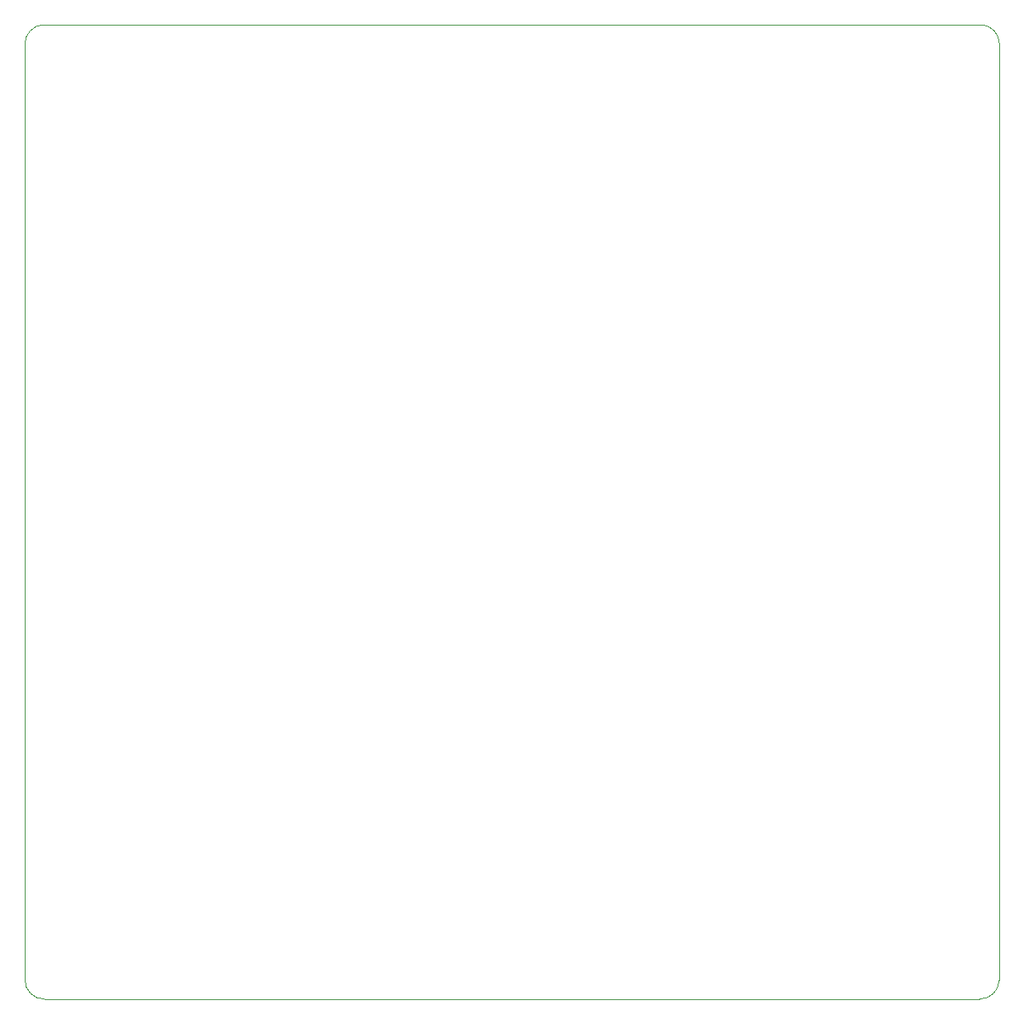
<source format=gbr>
%TF.GenerationSoftware,KiCad,Pcbnew,(7.0.0)*%
%TF.CreationDate,2023-04-03T20:11:10+02:00*%
%TF.ProjectId,FullSchematic,46756c6c-5363-4686-956d-617469632e6b,rev?*%
%TF.SameCoordinates,Original*%
%TF.FileFunction,Profile,NP*%
%FSLAX46Y46*%
G04 Gerber Fmt 4.6, Leading zero omitted, Abs format (unit mm)*
G04 Created by KiCad (PCBNEW (7.0.0)) date 2023-04-03 20:11:10*
%MOMM*%
%LPD*%
G01*
G04 APERTURE LIST*
%TA.AperFunction,Profile*%
%ADD10C,0.100000*%
%TD*%
G04 APERTURE END LIST*
D10*
X150901400Y-148691600D02*
X150926800Y-52552600D01*
X148894883Y-150590046D02*
G75*
G03*
X150901400Y-148691600I25117J1983046D01*
G01*
X52812500Y-50616782D02*
G75*
G03*
X50927000Y-52628800I107500J-1990218D01*
G01*
X52933284Y-150600028D02*
X148894883Y-150590046D01*
X149106418Y-50608137D02*
X52812500Y-50616782D01*
X50927000Y-52628800D02*
X50927001Y-148590000D01*
X150926800Y-52552600D02*
G75*
G03*
X149106418Y-50608137I-2006800J-54400D01*
G01*
X50927001Y-148590000D02*
G75*
G03*
X52933284Y-150600028I1992999J-17000D01*
G01*
M02*

</source>
